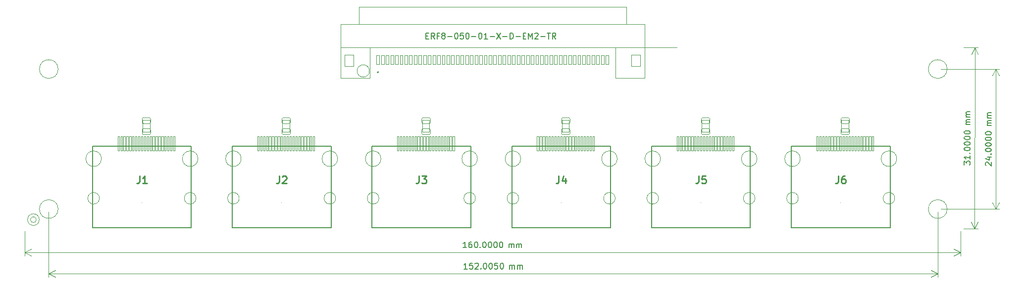
<source format=gbr>
%TF.GenerationSoftware,KiCad,Pcbnew,(7.0.0)*%
%TF.CreationDate,2023-07-13T12:07:19+02:00*%
%TF.ProjectId,RD53B_Quad_6DP_to_ERF8_Data_Adapter,52443533-425f-4517-9561-645f3644505f,V1*%
%TF.SameCoordinates,PX1767f18PY451e560*%
%TF.FileFunction,AssemblyDrawing,Top*%
%FSLAX46Y46*%
G04 Gerber Fmt 4.6, Leading zero omitted, Abs format (unit mm)*
G04 Created by KiCad (PCBNEW (7.0.0)) date 2023-07-13 12:07:19*
%MOMM*%
%LPD*%
G01*
G04 APERTURE LIST*
%ADD10C,0.150000*%
%ADD11C,0.100000*%
%ADD12C,0.254000*%
%ADD13C,0.200000*%
%ADD14C,0.100000*%
%TD*%
G04 APERTURE END LIST*
D10*
X160645943Y10918672D02*
X160646542Y11537719D01*
X160646542Y11537719D02*
X161027172Y11204017D01*
X161027172Y11204017D02*
X161027310Y11346875D01*
X161027310Y11346875D02*
X161075021Y11442067D01*
X161075021Y11442067D02*
X161122686Y11489639D01*
X161122686Y11489639D02*
X161217970Y11537166D01*
X161217970Y11537166D02*
X161456065Y11536936D01*
X161456065Y11536936D02*
X161551257Y11489225D01*
X161551257Y11489225D02*
X161598830Y11441560D01*
X161598830Y11441560D02*
X161646357Y11346275D01*
X161646357Y11346275D02*
X161646081Y11060561D01*
X161646081Y11060561D02*
X161598370Y10965369D01*
X161598370Y10965369D02*
X161550704Y10917796D01*
X161647463Y12489132D02*
X161646910Y11917704D01*
X161647187Y12203418D02*
X160647187Y12204386D01*
X160647187Y12204386D02*
X160789952Y12109009D01*
X160789952Y12109009D02*
X160885098Y12013679D01*
X160885098Y12013679D02*
X160932625Y11918395D01*
X161552640Y12917796D02*
X161600305Y12965369D01*
X161600305Y12965369D02*
X161647878Y12917703D01*
X161647878Y12917703D02*
X161600213Y12870130D01*
X161600213Y12870130D02*
X161552640Y12917796D01*
X161552640Y12917796D02*
X161647878Y12917703D01*
X160648524Y13585337D02*
X160648616Y13680575D01*
X160648616Y13680575D02*
X160696327Y13775767D01*
X160696327Y13775767D02*
X160743992Y13823340D01*
X160743992Y13823340D02*
X160839276Y13870867D01*
X160839276Y13870867D02*
X161029798Y13918302D01*
X161029798Y13918302D02*
X161267894Y13918071D01*
X161267894Y13918071D02*
X161458324Y13870268D01*
X161458324Y13870268D02*
X161553516Y13822557D01*
X161553516Y13822557D02*
X161601088Y13774891D01*
X161601088Y13774891D02*
X161648615Y13679607D01*
X161648615Y13679607D02*
X161648523Y13584369D01*
X161648523Y13584369D02*
X161600812Y13489177D01*
X161600812Y13489177D02*
X161553147Y13441604D01*
X161553147Y13441604D02*
X161457863Y13394078D01*
X161457863Y13394078D02*
X161267341Y13346643D01*
X161267341Y13346643D02*
X161029245Y13346873D01*
X161029245Y13346873D02*
X160838815Y13394677D01*
X160838815Y13394677D02*
X160743623Y13442388D01*
X160743623Y13442388D02*
X160696050Y13490053D01*
X160696050Y13490053D02*
X160648524Y13585337D01*
X160649445Y14537718D02*
X160649537Y14632956D01*
X160649537Y14632956D02*
X160697249Y14728148D01*
X160697249Y14728148D02*
X160744914Y14775721D01*
X160744914Y14775721D02*
X160840198Y14823247D01*
X160840198Y14823247D02*
X161030720Y14870682D01*
X161030720Y14870682D02*
X161268815Y14870452D01*
X161268815Y14870452D02*
X161459245Y14822648D01*
X161459245Y14822648D02*
X161554437Y14774937D01*
X161554437Y14774937D02*
X161602010Y14727272D01*
X161602010Y14727272D02*
X161649537Y14631988D01*
X161649537Y14631988D02*
X161649445Y14536750D01*
X161649445Y14536750D02*
X161601734Y14441558D01*
X161601734Y14441558D02*
X161554068Y14393985D01*
X161554068Y14393985D02*
X161458784Y14346458D01*
X161458784Y14346458D02*
X161268262Y14299023D01*
X161268262Y14299023D02*
X161030167Y14299254D01*
X161030167Y14299254D02*
X160839737Y14347057D01*
X160839737Y14347057D02*
X160744545Y14394768D01*
X160744545Y14394768D02*
X160696972Y14442433D01*
X160696972Y14442433D02*
X160649445Y14537718D01*
X160650367Y15490098D02*
X160650459Y15585336D01*
X160650459Y15585336D02*
X160698170Y15680528D01*
X160698170Y15680528D02*
X160745835Y15728101D01*
X160745835Y15728101D02*
X160841120Y15775628D01*
X160841120Y15775628D02*
X161031642Y15823063D01*
X161031642Y15823063D02*
X161269737Y15822832D01*
X161269737Y15822832D02*
X161460167Y15775029D01*
X161460167Y15775029D02*
X161555359Y15727318D01*
X161555359Y15727318D02*
X161602932Y15679653D01*
X161602932Y15679653D02*
X161650459Y15584368D01*
X161650459Y15584368D02*
X161650366Y15489130D01*
X161650366Y15489130D02*
X161602655Y15393938D01*
X161602655Y15393938D02*
X161554990Y15346365D01*
X161554990Y15346365D02*
X161459706Y15298839D01*
X161459706Y15298839D02*
X161269184Y15251404D01*
X161269184Y15251404D02*
X161031089Y15251634D01*
X161031089Y15251634D02*
X160840659Y15299438D01*
X160840659Y15299438D02*
X160745467Y15347149D01*
X160745467Y15347149D02*
X160697894Y15394814D01*
X160697894Y15394814D02*
X160650367Y15490098D01*
X160651289Y16442479D02*
X160651381Y16537717D01*
X160651381Y16537717D02*
X160699092Y16632909D01*
X160699092Y16632909D02*
X160746757Y16680482D01*
X160746757Y16680482D02*
X160842041Y16728009D01*
X160842041Y16728009D02*
X161032563Y16775443D01*
X161032563Y16775443D02*
X161270658Y16775213D01*
X161270658Y16775213D02*
X161461089Y16727409D01*
X161461089Y16727409D02*
X161556280Y16679698D01*
X161556280Y16679698D02*
X161603853Y16632033D01*
X161603853Y16632033D02*
X161651380Y16536749D01*
X161651380Y16536749D02*
X161651288Y16441511D01*
X161651288Y16441511D02*
X161603577Y16346319D01*
X161603577Y16346319D02*
X161555912Y16298746D01*
X161555912Y16298746D02*
X161460628Y16251219D01*
X161460628Y16251219D02*
X161270105Y16203784D01*
X161270105Y16203784D02*
X161032010Y16204015D01*
X161032010Y16204015D02*
X160841580Y16251818D01*
X160841580Y16251818D02*
X160746388Y16299529D01*
X160746388Y16299529D02*
X160698815Y16347195D01*
X160698815Y16347195D02*
X160651289Y16442479D01*
X161652606Y17803415D02*
X160985940Y17804060D01*
X161081178Y17803968D02*
X161033605Y17851633D01*
X161033605Y17851633D02*
X160986078Y17946917D01*
X160986078Y17946917D02*
X160986216Y18089774D01*
X160986216Y18089774D02*
X161033927Y18184966D01*
X161033927Y18184966D02*
X161129212Y18232493D01*
X161129212Y18232493D02*
X161653021Y18231986D01*
X161129212Y18232493D02*
X161034020Y18280204D01*
X161034020Y18280204D02*
X160986493Y18375489D01*
X160986493Y18375489D02*
X160986631Y18518346D01*
X160986631Y18518346D02*
X161034342Y18613538D01*
X161034342Y18613538D02*
X161129626Y18661064D01*
X161129626Y18661064D02*
X161653436Y18660558D01*
X161653896Y19136748D02*
X160987230Y19137393D01*
X161082468Y19137301D02*
X161034895Y19184966D01*
X161034895Y19184966D02*
X160987368Y19280250D01*
X160987368Y19280250D02*
X160987507Y19423107D01*
X160987507Y19423107D02*
X161035218Y19518299D01*
X161035218Y19518299D02*
X161130502Y19565826D01*
X161130502Y19565826D02*
X161654311Y19565319D01*
X161130502Y19565826D02*
X161035310Y19613537D01*
X161035310Y19613537D02*
X160987783Y19708821D01*
X160987783Y19708821D02*
X160987921Y19851678D01*
X160987921Y19851678D02*
X161035632Y19946870D01*
X161035632Y19946870D02*
X161130917Y19994397D01*
X161130917Y19994397D02*
X161654726Y19993890D01*
D11*
X160528000Y31004516D02*
X163034419Y31002090D01*
X160498000Y4516D02*
X163004419Y2090D01*
X162447999Y31002658D02*
X162417999Y2658D01*
X162447999Y31002658D02*
X162417999Y2658D01*
X162447999Y31002658D02*
X163033329Y29875587D01*
X162447999Y31002658D02*
X161860488Y29876722D01*
X162417999Y2658D02*
X161832669Y1129729D01*
X162417999Y2658D02*
X163005510Y1128594D01*
D10*
X164371382Y10796906D02*
X164323763Y10844525D01*
X164323763Y10844525D02*
X164276143Y10939763D01*
X164276143Y10939763D02*
X164276143Y11177858D01*
X164276143Y11177858D02*
X164323763Y11273096D01*
X164323763Y11273096D02*
X164371382Y11320715D01*
X164371382Y11320715D02*
X164466620Y11368334D01*
X164466620Y11368334D02*
X164561858Y11368334D01*
X164561858Y11368334D02*
X164704715Y11320715D01*
X164704715Y11320715D02*
X165276143Y10749287D01*
X165276143Y10749287D02*
X165276143Y11368334D01*
X164609477Y12225477D02*
X165276143Y12225477D01*
X164228524Y11987382D02*
X164942810Y11749287D01*
X164942810Y11749287D02*
X164942810Y12368334D01*
X165180905Y12749287D02*
X165228524Y12796906D01*
X165228524Y12796906D02*
X165276143Y12749287D01*
X165276143Y12749287D02*
X165228524Y12701668D01*
X165228524Y12701668D02*
X165180905Y12749287D01*
X165180905Y12749287D02*
X165276143Y12749287D01*
X164276143Y13415953D02*
X164276143Y13511191D01*
X164276143Y13511191D02*
X164323763Y13606429D01*
X164323763Y13606429D02*
X164371382Y13654048D01*
X164371382Y13654048D02*
X164466620Y13701667D01*
X164466620Y13701667D02*
X164657096Y13749286D01*
X164657096Y13749286D02*
X164895191Y13749286D01*
X164895191Y13749286D02*
X165085667Y13701667D01*
X165085667Y13701667D02*
X165180905Y13654048D01*
X165180905Y13654048D02*
X165228524Y13606429D01*
X165228524Y13606429D02*
X165276143Y13511191D01*
X165276143Y13511191D02*
X165276143Y13415953D01*
X165276143Y13415953D02*
X165228524Y13320715D01*
X165228524Y13320715D02*
X165180905Y13273096D01*
X165180905Y13273096D02*
X165085667Y13225477D01*
X165085667Y13225477D02*
X164895191Y13177858D01*
X164895191Y13177858D02*
X164657096Y13177858D01*
X164657096Y13177858D02*
X164466620Y13225477D01*
X164466620Y13225477D02*
X164371382Y13273096D01*
X164371382Y13273096D02*
X164323763Y13320715D01*
X164323763Y13320715D02*
X164276143Y13415953D01*
X164276143Y14368334D02*
X164276143Y14463572D01*
X164276143Y14463572D02*
X164323763Y14558810D01*
X164323763Y14558810D02*
X164371382Y14606429D01*
X164371382Y14606429D02*
X164466620Y14654048D01*
X164466620Y14654048D02*
X164657096Y14701667D01*
X164657096Y14701667D02*
X164895191Y14701667D01*
X164895191Y14701667D02*
X165085667Y14654048D01*
X165085667Y14654048D02*
X165180905Y14606429D01*
X165180905Y14606429D02*
X165228524Y14558810D01*
X165228524Y14558810D02*
X165276143Y14463572D01*
X165276143Y14463572D02*
X165276143Y14368334D01*
X165276143Y14368334D02*
X165228524Y14273096D01*
X165228524Y14273096D02*
X165180905Y14225477D01*
X165180905Y14225477D02*
X165085667Y14177858D01*
X165085667Y14177858D02*
X164895191Y14130239D01*
X164895191Y14130239D02*
X164657096Y14130239D01*
X164657096Y14130239D02*
X164466620Y14177858D01*
X164466620Y14177858D02*
X164371382Y14225477D01*
X164371382Y14225477D02*
X164323763Y14273096D01*
X164323763Y14273096D02*
X164276143Y14368334D01*
X164276143Y15320715D02*
X164276143Y15415953D01*
X164276143Y15415953D02*
X164323763Y15511191D01*
X164323763Y15511191D02*
X164371382Y15558810D01*
X164371382Y15558810D02*
X164466620Y15606429D01*
X164466620Y15606429D02*
X164657096Y15654048D01*
X164657096Y15654048D02*
X164895191Y15654048D01*
X164895191Y15654048D02*
X165085667Y15606429D01*
X165085667Y15606429D02*
X165180905Y15558810D01*
X165180905Y15558810D02*
X165228524Y15511191D01*
X165228524Y15511191D02*
X165276143Y15415953D01*
X165276143Y15415953D02*
X165276143Y15320715D01*
X165276143Y15320715D02*
X165228524Y15225477D01*
X165228524Y15225477D02*
X165180905Y15177858D01*
X165180905Y15177858D02*
X165085667Y15130239D01*
X165085667Y15130239D02*
X164895191Y15082620D01*
X164895191Y15082620D02*
X164657096Y15082620D01*
X164657096Y15082620D02*
X164466620Y15130239D01*
X164466620Y15130239D02*
X164371382Y15177858D01*
X164371382Y15177858D02*
X164323763Y15225477D01*
X164323763Y15225477D02*
X164276143Y15320715D01*
X164276143Y16273096D02*
X164276143Y16368334D01*
X164276143Y16368334D02*
X164323763Y16463572D01*
X164323763Y16463572D02*
X164371382Y16511191D01*
X164371382Y16511191D02*
X164466620Y16558810D01*
X164466620Y16558810D02*
X164657096Y16606429D01*
X164657096Y16606429D02*
X164895191Y16606429D01*
X164895191Y16606429D02*
X165085667Y16558810D01*
X165085667Y16558810D02*
X165180905Y16511191D01*
X165180905Y16511191D02*
X165228524Y16463572D01*
X165228524Y16463572D02*
X165276143Y16368334D01*
X165276143Y16368334D02*
X165276143Y16273096D01*
X165276143Y16273096D02*
X165228524Y16177858D01*
X165228524Y16177858D02*
X165180905Y16130239D01*
X165180905Y16130239D02*
X165085667Y16082620D01*
X165085667Y16082620D02*
X164895191Y16035001D01*
X164895191Y16035001D02*
X164657096Y16035001D01*
X164657096Y16035001D02*
X164466620Y16082620D01*
X164466620Y16082620D02*
X164371382Y16130239D01*
X164371382Y16130239D02*
X164323763Y16177858D01*
X164323763Y16177858D02*
X164276143Y16273096D01*
X165276143Y17635001D02*
X164609477Y17635001D01*
X164704715Y17635001D02*
X164657096Y17682620D01*
X164657096Y17682620D02*
X164609477Y17777858D01*
X164609477Y17777858D02*
X164609477Y17920715D01*
X164609477Y17920715D02*
X164657096Y18015953D01*
X164657096Y18015953D02*
X164752334Y18063572D01*
X164752334Y18063572D02*
X165276143Y18063572D01*
X164752334Y18063572D02*
X164657096Y18111191D01*
X164657096Y18111191D02*
X164609477Y18206429D01*
X164609477Y18206429D02*
X164609477Y18349286D01*
X164609477Y18349286D02*
X164657096Y18444525D01*
X164657096Y18444525D02*
X164752334Y18492144D01*
X164752334Y18492144D02*
X165276143Y18492144D01*
X165276143Y18968334D02*
X164609477Y18968334D01*
X164704715Y18968334D02*
X164657096Y19015953D01*
X164657096Y19015953D02*
X164609477Y19111191D01*
X164609477Y19111191D02*
X164609477Y19254048D01*
X164609477Y19254048D02*
X164657096Y19349286D01*
X164657096Y19349286D02*
X164752334Y19396905D01*
X164752334Y19396905D02*
X165276143Y19396905D01*
X164752334Y19396905D02*
X164657096Y19444524D01*
X164657096Y19444524D02*
X164609477Y19539762D01*
X164609477Y19539762D02*
X164609477Y19682619D01*
X164609477Y19682619D02*
X164657096Y19777858D01*
X164657096Y19777858D02*
X164752334Y19825477D01*
X164752334Y19825477D02*
X165276143Y19825477D01*
D11*
X156618000Y27335000D02*
X166645183Y27335000D01*
X156618000Y3335000D02*
X166645183Y3335000D01*
X166058763Y27335000D02*
X166058763Y3335000D01*
X166058763Y27335000D02*
X166058763Y3335000D01*
X166058763Y27335000D02*
X166645184Y26208496D01*
X166058763Y27335000D02*
X165472342Y26208496D01*
X166058763Y3335000D02*
X165472342Y4461504D01*
X166058763Y3335000D02*
X166645184Y4461504D01*
D10*
X75555143Y-3282380D02*
X74983715Y-3282380D01*
X75269429Y-3282380D02*
X75269429Y-2282380D01*
X75269429Y-2282380D02*
X75174191Y-2425238D01*
X75174191Y-2425238D02*
X75078953Y-2520476D01*
X75078953Y-2520476D02*
X74983715Y-2568095D01*
X76412286Y-2282380D02*
X76221810Y-2282380D01*
X76221810Y-2282380D02*
X76126572Y-2330000D01*
X76126572Y-2330000D02*
X76078953Y-2377619D01*
X76078953Y-2377619D02*
X75983715Y-2520476D01*
X75983715Y-2520476D02*
X75936096Y-2710952D01*
X75936096Y-2710952D02*
X75936096Y-3091904D01*
X75936096Y-3091904D02*
X75983715Y-3187142D01*
X75983715Y-3187142D02*
X76031334Y-3234761D01*
X76031334Y-3234761D02*
X76126572Y-3282380D01*
X76126572Y-3282380D02*
X76317048Y-3282380D01*
X76317048Y-3282380D02*
X76412286Y-3234761D01*
X76412286Y-3234761D02*
X76459905Y-3187142D01*
X76459905Y-3187142D02*
X76507524Y-3091904D01*
X76507524Y-3091904D02*
X76507524Y-2853809D01*
X76507524Y-2853809D02*
X76459905Y-2758571D01*
X76459905Y-2758571D02*
X76412286Y-2710952D01*
X76412286Y-2710952D02*
X76317048Y-2663333D01*
X76317048Y-2663333D02*
X76126572Y-2663333D01*
X76126572Y-2663333D02*
X76031334Y-2710952D01*
X76031334Y-2710952D02*
X75983715Y-2758571D01*
X75983715Y-2758571D02*
X75936096Y-2853809D01*
X77126572Y-2282380D02*
X77221810Y-2282380D01*
X77221810Y-2282380D02*
X77317048Y-2330000D01*
X77317048Y-2330000D02*
X77364667Y-2377619D01*
X77364667Y-2377619D02*
X77412286Y-2472857D01*
X77412286Y-2472857D02*
X77459905Y-2663333D01*
X77459905Y-2663333D02*
X77459905Y-2901428D01*
X77459905Y-2901428D02*
X77412286Y-3091904D01*
X77412286Y-3091904D02*
X77364667Y-3187142D01*
X77364667Y-3187142D02*
X77317048Y-3234761D01*
X77317048Y-3234761D02*
X77221810Y-3282380D01*
X77221810Y-3282380D02*
X77126572Y-3282380D01*
X77126572Y-3282380D02*
X77031334Y-3234761D01*
X77031334Y-3234761D02*
X76983715Y-3187142D01*
X76983715Y-3187142D02*
X76936096Y-3091904D01*
X76936096Y-3091904D02*
X76888477Y-2901428D01*
X76888477Y-2901428D02*
X76888477Y-2663333D01*
X76888477Y-2663333D02*
X76936096Y-2472857D01*
X76936096Y-2472857D02*
X76983715Y-2377619D01*
X76983715Y-2377619D02*
X77031334Y-2330000D01*
X77031334Y-2330000D02*
X77126572Y-2282380D01*
X77888477Y-3187142D02*
X77936096Y-3234761D01*
X77936096Y-3234761D02*
X77888477Y-3282380D01*
X77888477Y-3282380D02*
X77840858Y-3234761D01*
X77840858Y-3234761D02*
X77888477Y-3187142D01*
X77888477Y-3187142D02*
X77888477Y-3282380D01*
X78555143Y-2282380D02*
X78650381Y-2282380D01*
X78650381Y-2282380D02*
X78745619Y-2330000D01*
X78745619Y-2330000D02*
X78793238Y-2377619D01*
X78793238Y-2377619D02*
X78840857Y-2472857D01*
X78840857Y-2472857D02*
X78888476Y-2663333D01*
X78888476Y-2663333D02*
X78888476Y-2901428D01*
X78888476Y-2901428D02*
X78840857Y-3091904D01*
X78840857Y-3091904D02*
X78793238Y-3187142D01*
X78793238Y-3187142D02*
X78745619Y-3234761D01*
X78745619Y-3234761D02*
X78650381Y-3282380D01*
X78650381Y-3282380D02*
X78555143Y-3282380D01*
X78555143Y-3282380D02*
X78459905Y-3234761D01*
X78459905Y-3234761D02*
X78412286Y-3187142D01*
X78412286Y-3187142D02*
X78364667Y-3091904D01*
X78364667Y-3091904D02*
X78317048Y-2901428D01*
X78317048Y-2901428D02*
X78317048Y-2663333D01*
X78317048Y-2663333D02*
X78364667Y-2472857D01*
X78364667Y-2472857D02*
X78412286Y-2377619D01*
X78412286Y-2377619D02*
X78459905Y-2330000D01*
X78459905Y-2330000D02*
X78555143Y-2282380D01*
X79507524Y-2282380D02*
X79602762Y-2282380D01*
X79602762Y-2282380D02*
X79698000Y-2330000D01*
X79698000Y-2330000D02*
X79745619Y-2377619D01*
X79745619Y-2377619D02*
X79793238Y-2472857D01*
X79793238Y-2472857D02*
X79840857Y-2663333D01*
X79840857Y-2663333D02*
X79840857Y-2901428D01*
X79840857Y-2901428D02*
X79793238Y-3091904D01*
X79793238Y-3091904D02*
X79745619Y-3187142D01*
X79745619Y-3187142D02*
X79698000Y-3234761D01*
X79698000Y-3234761D02*
X79602762Y-3282380D01*
X79602762Y-3282380D02*
X79507524Y-3282380D01*
X79507524Y-3282380D02*
X79412286Y-3234761D01*
X79412286Y-3234761D02*
X79364667Y-3187142D01*
X79364667Y-3187142D02*
X79317048Y-3091904D01*
X79317048Y-3091904D02*
X79269429Y-2901428D01*
X79269429Y-2901428D02*
X79269429Y-2663333D01*
X79269429Y-2663333D02*
X79317048Y-2472857D01*
X79317048Y-2472857D02*
X79364667Y-2377619D01*
X79364667Y-2377619D02*
X79412286Y-2330000D01*
X79412286Y-2330000D02*
X79507524Y-2282380D01*
X80459905Y-2282380D02*
X80555143Y-2282380D01*
X80555143Y-2282380D02*
X80650381Y-2330000D01*
X80650381Y-2330000D02*
X80698000Y-2377619D01*
X80698000Y-2377619D02*
X80745619Y-2472857D01*
X80745619Y-2472857D02*
X80793238Y-2663333D01*
X80793238Y-2663333D02*
X80793238Y-2901428D01*
X80793238Y-2901428D02*
X80745619Y-3091904D01*
X80745619Y-3091904D02*
X80698000Y-3187142D01*
X80698000Y-3187142D02*
X80650381Y-3234761D01*
X80650381Y-3234761D02*
X80555143Y-3282380D01*
X80555143Y-3282380D02*
X80459905Y-3282380D01*
X80459905Y-3282380D02*
X80364667Y-3234761D01*
X80364667Y-3234761D02*
X80317048Y-3187142D01*
X80317048Y-3187142D02*
X80269429Y-3091904D01*
X80269429Y-3091904D02*
X80221810Y-2901428D01*
X80221810Y-2901428D02*
X80221810Y-2663333D01*
X80221810Y-2663333D02*
X80269429Y-2472857D01*
X80269429Y-2472857D02*
X80317048Y-2377619D01*
X80317048Y-2377619D02*
X80364667Y-2330000D01*
X80364667Y-2330000D02*
X80459905Y-2282380D01*
X81412286Y-2282380D02*
X81507524Y-2282380D01*
X81507524Y-2282380D02*
X81602762Y-2330000D01*
X81602762Y-2330000D02*
X81650381Y-2377619D01*
X81650381Y-2377619D02*
X81698000Y-2472857D01*
X81698000Y-2472857D02*
X81745619Y-2663333D01*
X81745619Y-2663333D02*
X81745619Y-2901428D01*
X81745619Y-2901428D02*
X81698000Y-3091904D01*
X81698000Y-3091904D02*
X81650381Y-3187142D01*
X81650381Y-3187142D02*
X81602762Y-3234761D01*
X81602762Y-3234761D02*
X81507524Y-3282380D01*
X81507524Y-3282380D02*
X81412286Y-3282380D01*
X81412286Y-3282380D02*
X81317048Y-3234761D01*
X81317048Y-3234761D02*
X81269429Y-3187142D01*
X81269429Y-3187142D02*
X81221810Y-3091904D01*
X81221810Y-3091904D02*
X81174191Y-2901428D01*
X81174191Y-2901428D02*
X81174191Y-2663333D01*
X81174191Y-2663333D02*
X81221810Y-2472857D01*
X81221810Y-2472857D02*
X81269429Y-2377619D01*
X81269429Y-2377619D02*
X81317048Y-2330000D01*
X81317048Y-2330000D02*
X81412286Y-2282380D01*
X82774191Y-3282380D02*
X82774191Y-2615714D01*
X82774191Y-2710952D02*
X82821810Y-2663333D01*
X82821810Y-2663333D02*
X82917048Y-2615714D01*
X82917048Y-2615714D02*
X83059905Y-2615714D01*
X83059905Y-2615714D02*
X83155143Y-2663333D01*
X83155143Y-2663333D02*
X83202762Y-2758571D01*
X83202762Y-2758571D02*
X83202762Y-3282380D01*
X83202762Y-2758571D02*
X83250381Y-2663333D01*
X83250381Y-2663333D02*
X83345619Y-2615714D01*
X83345619Y-2615714D02*
X83488476Y-2615714D01*
X83488476Y-2615714D02*
X83583715Y-2663333D01*
X83583715Y-2663333D02*
X83631334Y-2758571D01*
X83631334Y-2758571D02*
X83631334Y-3282380D01*
X84107524Y-3282380D02*
X84107524Y-2615714D01*
X84107524Y-2710952D02*
X84155143Y-2663333D01*
X84155143Y-2663333D02*
X84250381Y-2615714D01*
X84250381Y-2615714D02*
X84393238Y-2615714D01*
X84393238Y-2615714D02*
X84488476Y-2663333D01*
X84488476Y-2663333D02*
X84536095Y-2758571D01*
X84536095Y-2758571D02*
X84536095Y-3282380D01*
X84536095Y-2758571D02*
X84583714Y-2663333D01*
X84583714Y-2663333D02*
X84678952Y-2615714D01*
X84678952Y-2615714D02*
X84821809Y-2615714D01*
X84821809Y-2615714D02*
X84917048Y-2663333D01*
X84917048Y-2663333D02*
X84964667Y-2758571D01*
X84964667Y-2758571D02*
X84964667Y-3282380D01*
D11*
X-2000Y-495000D02*
X-2000Y-4651420D01*
X159998000Y-495000D02*
X159998000Y-4651420D01*
X-2000Y-4065000D02*
X159998000Y-4065000D01*
X-2000Y-4065000D02*
X159998000Y-4065000D01*
X-2000Y-4065000D02*
X1124504Y-3478579D01*
X-2000Y-4065000D02*
X1124504Y-4651421D01*
X159998000Y-4065000D02*
X158871496Y-4651421D01*
X159998000Y-4065000D02*
X158871496Y-3478579D01*
D10*
X75672643Y-6933380D02*
X75101215Y-6933380D01*
X75386929Y-6933380D02*
X75386929Y-5933380D01*
X75386929Y-5933380D02*
X75291691Y-6076238D01*
X75291691Y-6076238D02*
X75196453Y-6171476D01*
X75196453Y-6171476D02*
X75101215Y-6219095D01*
X76577405Y-5933380D02*
X76101215Y-5933380D01*
X76101215Y-5933380D02*
X76053596Y-6409571D01*
X76053596Y-6409571D02*
X76101215Y-6361952D01*
X76101215Y-6361952D02*
X76196453Y-6314333D01*
X76196453Y-6314333D02*
X76434548Y-6314333D01*
X76434548Y-6314333D02*
X76529786Y-6361952D01*
X76529786Y-6361952D02*
X76577405Y-6409571D01*
X76577405Y-6409571D02*
X76625024Y-6504809D01*
X76625024Y-6504809D02*
X76625024Y-6742904D01*
X76625024Y-6742904D02*
X76577405Y-6838142D01*
X76577405Y-6838142D02*
X76529786Y-6885761D01*
X76529786Y-6885761D02*
X76434548Y-6933380D01*
X76434548Y-6933380D02*
X76196453Y-6933380D01*
X76196453Y-6933380D02*
X76101215Y-6885761D01*
X76101215Y-6885761D02*
X76053596Y-6838142D01*
X77005977Y-6028619D02*
X77053596Y-5981000D01*
X77053596Y-5981000D02*
X77148834Y-5933380D01*
X77148834Y-5933380D02*
X77386929Y-5933380D01*
X77386929Y-5933380D02*
X77482167Y-5981000D01*
X77482167Y-5981000D02*
X77529786Y-6028619D01*
X77529786Y-6028619D02*
X77577405Y-6123857D01*
X77577405Y-6123857D02*
X77577405Y-6219095D01*
X77577405Y-6219095D02*
X77529786Y-6361952D01*
X77529786Y-6361952D02*
X76958358Y-6933380D01*
X76958358Y-6933380D02*
X77577405Y-6933380D01*
X78005977Y-6838142D02*
X78053596Y-6885761D01*
X78053596Y-6885761D02*
X78005977Y-6933380D01*
X78005977Y-6933380D02*
X77958358Y-6885761D01*
X77958358Y-6885761D02*
X78005977Y-6838142D01*
X78005977Y-6838142D02*
X78005977Y-6933380D01*
X78672643Y-5933380D02*
X78767881Y-5933380D01*
X78767881Y-5933380D02*
X78863119Y-5981000D01*
X78863119Y-5981000D02*
X78910738Y-6028619D01*
X78910738Y-6028619D02*
X78958357Y-6123857D01*
X78958357Y-6123857D02*
X79005976Y-6314333D01*
X79005976Y-6314333D02*
X79005976Y-6552428D01*
X79005976Y-6552428D02*
X78958357Y-6742904D01*
X78958357Y-6742904D02*
X78910738Y-6838142D01*
X78910738Y-6838142D02*
X78863119Y-6885761D01*
X78863119Y-6885761D02*
X78767881Y-6933380D01*
X78767881Y-6933380D02*
X78672643Y-6933380D01*
X78672643Y-6933380D02*
X78577405Y-6885761D01*
X78577405Y-6885761D02*
X78529786Y-6838142D01*
X78529786Y-6838142D02*
X78482167Y-6742904D01*
X78482167Y-6742904D02*
X78434548Y-6552428D01*
X78434548Y-6552428D02*
X78434548Y-6314333D01*
X78434548Y-6314333D02*
X78482167Y-6123857D01*
X78482167Y-6123857D02*
X78529786Y-6028619D01*
X78529786Y-6028619D02*
X78577405Y-5981000D01*
X78577405Y-5981000D02*
X78672643Y-5933380D01*
X79625024Y-5933380D02*
X79720262Y-5933380D01*
X79720262Y-5933380D02*
X79815500Y-5981000D01*
X79815500Y-5981000D02*
X79863119Y-6028619D01*
X79863119Y-6028619D02*
X79910738Y-6123857D01*
X79910738Y-6123857D02*
X79958357Y-6314333D01*
X79958357Y-6314333D02*
X79958357Y-6552428D01*
X79958357Y-6552428D02*
X79910738Y-6742904D01*
X79910738Y-6742904D02*
X79863119Y-6838142D01*
X79863119Y-6838142D02*
X79815500Y-6885761D01*
X79815500Y-6885761D02*
X79720262Y-6933380D01*
X79720262Y-6933380D02*
X79625024Y-6933380D01*
X79625024Y-6933380D02*
X79529786Y-6885761D01*
X79529786Y-6885761D02*
X79482167Y-6838142D01*
X79482167Y-6838142D02*
X79434548Y-6742904D01*
X79434548Y-6742904D02*
X79386929Y-6552428D01*
X79386929Y-6552428D02*
X79386929Y-6314333D01*
X79386929Y-6314333D02*
X79434548Y-6123857D01*
X79434548Y-6123857D02*
X79482167Y-6028619D01*
X79482167Y-6028619D02*
X79529786Y-5981000D01*
X79529786Y-5981000D02*
X79625024Y-5933380D01*
X80863119Y-5933380D02*
X80386929Y-5933380D01*
X80386929Y-5933380D02*
X80339310Y-6409571D01*
X80339310Y-6409571D02*
X80386929Y-6361952D01*
X80386929Y-6361952D02*
X80482167Y-6314333D01*
X80482167Y-6314333D02*
X80720262Y-6314333D01*
X80720262Y-6314333D02*
X80815500Y-6361952D01*
X80815500Y-6361952D02*
X80863119Y-6409571D01*
X80863119Y-6409571D02*
X80910738Y-6504809D01*
X80910738Y-6504809D02*
X80910738Y-6742904D01*
X80910738Y-6742904D02*
X80863119Y-6838142D01*
X80863119Y-6838142D02*
X80815500Y-6885761D01*
X80815500Y-6885761D02*
X80720262Y-6933380D01*
X80720262Y-6933380D02*
X80482167Y-6933380D01*
X80482167Y-6933380D02*
X80386929Y-6885761D01*
X80386929Y-6885761D02*
X80339310Y-6838142D01*
X81529786Y-5933380D02*
X81625024Y-5933380D01*
X81625024Y-5933380D02*
X81720262Y-5981000D01*
X81720262Y-5981000D02*
X81767881Y-6028619D01*
X81767881Y-6028619D02*
X81815500Y-6123857D01*
X81815500Y-6123857D02*
X81863119Y-6314333D01*
X81863119Y-6314333D02*
X81863119Y-6552428D01*
X81863119Y-6552428D02*
X81815500Y-6742904D01*
X81815500Y-6742904D02*
X81767881Y-6838142D01*
X81767881Y-6838142D02*
X81720262Y-6885761D01*
X81720262Y-6885761D02*
X81625024Y-6933380D01*
X81625024Y-6933380D02*
X81529786Y-6933380D01*
X81529786Y-6933380D02*
X81434548Y-6885761D01*
X81434548Y-6885761D02*
X81386929Y-6838142D01*
X81386929Y-6838142D02*
X81339310Y-6742904D01*
X81339310Y-6742904D02*
X81291691Y-6552428D01*
X81291691Y-6552428D02*
X81291691Y-6314333D01*
X81291691Y-6314333D02*
X81339310Y-6123857D01*
X81339310Y-6123857D02*
X81386929Y-6028619D01*
X81386929Y-6028619D02*
X81434548Y-5981000D01*
X81434548Y-5981000D02*
X81529786Y-5933380D01*
X82891691Y-6933380D02*
X82891691Y-6266714D01*
X82891691Y-6361952D02*
X82939310Y-6314333D01*
X82939310Y-6314333D02*
X83034548Y-6266714D01*
X83034548Y-6266714D02*
X83177405Y-6266714D01*
X83177405Y-6266714D02*
X83272643Y-6314333D01*
X83272643Y-6314333D02*
X83320262Y-6409571D01*
X83320262Y-6409571D02*
X83320262Y-6933380D01*
X83320262Y-6409571D02*
X83367881Y-6314333D01*
X83367881Y-6314333D02*
X83463119Y-6266714D01*
X83463119Y-6266714D02*
X83605976Y-6266714D01*
X83605976Y-6266714D02*
X83701215Y-6314333D01*
X83701215Y-6314333D02*
X83748834Y-6409571D01*
X83748834Y-6409571D02*
X83748834Y-6933380D01*
X84225024Y-6933380D02*
X84225024Y-6266714D01*
X84225024Y-6361952D02*
X84272643Y-6314333D01*
X84272643Y-6314333D02*
X84367881Y-6266714D01*
X84367881Y-6266714D02*
X84510738Y-6266714D01*
X84510738Y-6266714D02*
X84605976Y-6314333D01*
X84605976Y-6314333D02*
X84653595Y-6409571D01*
X84653595Y-6409571D02*
X84653595Y-6933380D01*
X84653595Y-6409571D02*
X84701214Y-6314333D01*
X84701214Y-6314333D02*
X84796452Y-6266714D01*
X84796452Y-6266714D02*
X84939309Y-6266714D01*
X84939309Y-6266714D02*
X85034548Y-6314333D01*
X85034548Y-6314333D02*
X85082167Y-6409571D01*
X85082167Y-6409571D02*
X85082167Y-6933380D01*
D11*
X4113000Y2835000D02*
X4113000Y-8302420D01*
X156118000Y2835000D02*
X156118000Y-8302420D01*
X4113000Y-7716000D02*
X156118000Y-7716000D01*
X4113000Y-7716000D02*
X156118000Y-7716000D01*
X4113000Y-7716000D02*
X5239504Y-7129579D01*
X4113000Y-7716000D02*
X5239504Y-8302421D01*
X156118000Y-7716000D02*
X154991496Y-8302421D01*
X156118000Y-7716000D02*
X154991496Y-7129579D01*
D12*
%TO.C,J4*%
X91308667Y9008427D02*
X91308667Y8101284D01*
X91308667Y8101284D02*
X91248190Y7919855D01*
X91248190Y7919855D02*
X91127238Y7798903D01*
X91127238Y7798903D02*
X90945809Y7738427D01*
X90945809Y7738427D02*
X90824857Y7738427D01*
X92457714Y8585093D02*
X92457714Y7738427D01*
X92155333Y9068903D02*
X91852952Y8161760D01*
X91852952Y8161760D02*
X92639143Y8161760D01*
%TO.C,J2*%
X43510667Y9009427D02*
X43510667Y8102284D01*
X43510667Y8102284D02*
X43450190Y7920855D01*
X43450190Y7920855D02*
X43329238Y7799903D01*
X43329238Y7799903D02*
X43147809Y7739427D01*
X43147809Y7739427D02*
X43026857Y7739427D01*
X44054952Y8888474D02*
X44115428Y8948950D01*
X44115428Y8948950D02*
X44236381Y9009427D01*
X44236381Y9009427D02*
X44538762Y9009427D01*
X44538762Y9009427D02*
X44659714Y8948950D01*
X44659714Y8948950D02*
X44720190Y8888474D01*
X44720190Y8888474D02*
X44780667Y8767522D01*
X44780667Y8767522D02*
X44780667Y8646570D01*
X44780667Y8646570D02*
X44720190Y8465141D01*
X44720190Y8465141D02*
X43994476Y7739427D01*
X43994476Y7739427D02*
X44780667Y7739427D01*
D10*
%TO.C,J7*%
X68611572Y33031429D02*
X68944905Y33031429D01*
X69087762Y32507620D02*
X68611572Y32507620D01*
X68611572Y32507620D02*
X68611572Y33507620D01*
X68611572Y33507620D02*
X69087762Y33507620D01*
X70087762Y32507620D02*
X69754429Y32983810D01*
X69516334Y32507620D02*
X69516334Y33507620D01*
X69516334Y33507620D02*
X69897286Y33507620D01*
X69897286Y33507620D02*
X69992524Y33460000D01*
X69992524Y33460000D02*
X70040143Y33412381D01*
X70040143Y33412381D02*
X70087762Y33317143D01*
X70087762Y33317143D02*
X70087762Y33174286D01*
X70087762Y33174286D02*
X70040143Y33079048D01*
X70040143Y33079048D02*
X69992524Y33031429D01*
X69992524Y33031429D02*
X69897286Y32983810D01*
X69897286Y32983810D02*
X69516334Y32983810D01*
X70849667Y33031429D02*
X70516334Y33031429D01*
X70516334Y32507620D02*
X70516334Y33507620D01*
X70516334Y33507620D02*
X70992524Y33507620D01*
X71516334Y33079048D02*
X71421096Y33126667D01*
X71421096Y33126667D02*
X71373477Y33174286D01*
X71373477Y33174286D02*
X71325858Y33269524D01*
X71325858Y33269524D02*
X71325858Y33317143D01*
X71325858Y33317143D02*
X71373477Y33412381D01*
X71373477Y33412381D02*
X71421096Y33460000D01*
X71421096Y33460000D02*
X71516334Y33507620D01*
X71516334Y33507620D02*
X71706810Y33507620D01*
X71706810Y33507620D02*
X71802048Y33460000D01*
X71802048Y33460000D02*
X71849667Y33412381D01*
X71849667Y33412381D02*
X71897286Y33317143D01*
X71897286Y33317143D02*
X71897286Y33269524D01*
X71897286Y33269524D02*
X71849667Y33174286D01*
X71849667Y33174286D02*
X71802048Y33126667D01*
X71802048Y33126667D02*
X71706810Y33079048D01*
X71706810Y33079048D02*
X71516334Y33079048D01*
X71516334Y33079048D02*
X71421096Y33031429D01*
X71421096Y33031429D02*
X71373477Y32983810D01*
X71373477Y32983810D02*
X71325858Y32888572D01*
X71325858Y32888572D02*
X71325858Y32698096D01*
X71325858Y32698096D02*
X71373477Y32602858D01*
X71373477Y32602858D02*
X71421096Y32555239D01*
X71421096Y32555239D02*
X71516334Y32507620D01*
X71516334Y32507620D02*
X71706810Y32507620D01*
X71706810Y32507620D02*
X71802048Y32555239D01*
X71802048Y32555239D02*
X71849667Y32602858D01*
X71849667Y32602858D02*
X71897286Y32698096D01*
X71897286Y32698096D02*
X71897286Y32888572D01*
X71897286Y32888572D02*
X71849667Y32983810D01*
X71849667Y32983810D02*
X71802048Y33031429D01*
X71802048Y33031429D02*
X71706810Y33079048D01*
X72325858Y32888572D02*
X73087763Y32888572D01*
X73754429Y33507620D02*
X73849667Y33507620D01*
X73849667Y33507620D02*
X73944905Y33460000D01*
X73944905Y33460000D02*
X73992524Y33412381D01*
X73992524Y33412381D02*
X74040143Y33317143D01*
X74040143Y33317143D02*
X74087762Y33126667D01*
X74087762Y33126667D02*
X74087762Y32888572D01*
X74087762Y32888572D02*
X74040143Y32698096D01*
X74040143Y32698096D02*
X73992524Y32602858D01*
X73992524Y32602858D02*
X73944905Y32555239D01*
X73944905Y32555239D02*
X73849667Y32507620D01*
X73849667Y32507620D02*
X73754429Y32507620D01*
X73754429Y32507620D02*
X73659191Y32555239D01*
X73659191Y32555239D02*
X73611572Y32602858D01*
X73611572Y32602858D02*
X73563953Y32698096D01*
X73563953Y32698096D02*
X73516334Y32888572D01*
X73516334Y32888572D02*
X73516334Y33126667D01*
X73516334Y33126667D02*
X73563953Y33317143D01*
X73563953Y33317143D02*
X73611572Y33412381D01*
X73611572Y33412381D02*
X73659191Y33460000D01*
X73659191Y33460000D02*
X73754429Y33507620D01*
X74992524Y33507620D02*
X74516334Y33507620D01*
X74516334Y33507620D02*
X74468715Y33031429D01*
X74468715Y33031429D02*
X74516334Y33079048D01*
X74516334Y33079048D02*
X74611572Y33126667D01*
X74611572Y33126667D02*
X74849667Y33126667D01*
X74849667Y33126667D02*
X74944905Y33079048D01*
X74944905Y33079048D02*
X74992524Y33031429D01*
X74992524Y33031429D02*
X75040143Y32936191D01*
X75040143Y32936191D02*
X75040143Y32698096D01*
X75040143Y32698096D02*
X74992524Y32602858D01*
X74992524Y32602858D02*
X74944905Y32555239D01*
X74944905Y32555239D02*
X74849667Y32507620D01*
X74849667Y32507620D02*
X74611572Y32507620D01*
X74611572Y32507620D02*
X74516334Y32555239D01*
X74516334Y32555239D02*
X74468715Y32602858D01*
X75659191Y33507620D02*
X75754429Y33507620D01*
X75754429Y33507620D02*
X75849667Y33460000D01*
X75849667Y33460000D02*
X75897286Y33412381D01*
X75897286Y33412381D02*
X75944905Y33317143D01*
X75944905Y33317143D02*
X75992524Y33126667D01*
X75992524Y33126667D02*
X75992524Y32888572D01*
X75992524Y32888572D02*
X75944905Y32698096D01*
X75944905Y32698096D02*
X75897286Y32602858D01*
X75897286Y32602858D02*
X75849667Y32555239D01*
X75849667Y32555239D02*
X75754429Y32507620D01*
X75754429Y32507620D02*
X75659191Y32507620D01*
X75659191Y32507620D02*
X75563953Y32555239D01*
X75563953Y32555239D02*
X75516334Y32602858D01*
X75516334Y32602858D02*
X75468715Y32698096D01*
X75468715Y32698096D02*
X75421096Y32888572D01*
X75421096Y32888572D02*
X75421096Y33126667D01*
X75421096Y33126667D02*
X75468715Y33317143D01*
X75468715Y33317143D02*
X75516334Y33412381D01*
X75516334Y33412381D02*
X75563953Y33460000D01*
X75563953Y33460000D02*
X75659191Y33507620D01*
X76421096Y32888572D02*
X77183001Y32888572D01*
X77849667Y33507620D02*
X77944905Y33507620D01*
X77944905Y33507620D02*
X78040143Y33460000D01*
X78040143Y33460000D02*
X78087762Y33412381D01*
X78087762Y33412381D02*
X78135381Y33317143D01*
X78135381Y33317143D02*
X78183000Y33126667D01*
X78183000Y33126667D02*
X78183000Y32888572D01*
X78183000Y32888572D02*
X78135381Y32698096D01*
X78135381Y32698096D02*
X78087762Y32602858D01*
X78087762Y32602858D02*
X78040143Y32555239D01*
X78040143Y32555239D02*
X77944905Y32507620D01*
X77944905Y32507620D02*
X77849667Y32507620D01*
X77849667Y32507620D02*
X77754429Y32555239D01*
X77754429Y32555239D02*
X77706810Y32602858D01*
X77706810Y32602858D02*
X77659191Y32698096D01*
X77659191Y32698096D02*
X77611572Y32888572D01*
X77611572Y32888572D02*
X77611572Y33126667D01*
X77611572Y33126667D02*
X77659191Y33317143D01*
X77659191Y33317143D02*
X77706810Y33412381D01*
X77706810Y33412381D02*
X77754429Y33460000D01*
X77754429Y33460000D02*
X77849667Y33507620D01*
X79135381Y32507620D02*
X78563953Y32507620D01*
X78849667Y32507620D02*
X78849667Y33507620D01*
X78849667Y33507620D02*
X78754429Y33364762D01*
X78754429Y33364762D02*
X78659191Y33269524D01*
X78659191Y33269524D02*
X78563953Y33221905D01*
X79563953Y32888572D02*
X80325858Y32888572D01*
X80706810Y33507620D02*
X81373476Y32507620D01*
X81373476Y33507620D02*
X80706810Y32507620D01*
X81754429Y32888572D02*
X82516334Y32888572D01*
X82992524Y32507620D02*
X82992524Y33507620D01*
X82992524Y33507620D02*
X83230619Y33507620D01*
X83230619Y33507620D02*
X83373476Y33460000D01*
X83373476Y33460000D02*
X83468714Y33364762D01*
X83468714Y33364762D02*
X83516333Y33269524D01*
X83516333Y33269524D02*
X83563952Y33079048D01*
X83563952Y33079048D02*
X83563952Y32936191D01*
X83563952Y32936191D02*
X83516333Y32745715D01*
X83516333Y32745715D02*
X83468714Y32650477D01*
X83468714Y32650477D02*
X83373476Y32555239D01*
X83373476Y32555239D02*
X83230619Y32507620D01*
X83230619Y32507620D02*
X82992524Y32507620D01*
X83992524Y32888572D02*
X84754429Y32888572D01*
X85230619Y33031429D02*
X85563952Y33031429D01*
X85706809Y32507620D02*
X85230619Y32507620D01*
X85230619Y32507620D02*
X85230619Y33507620D01*
X85230619Y33507620D02*
X85706809Y33507620D01*
X86135381Y32507620D02*
X86135381Y33507620D01*
X86135381Y33507620D02*
X86468714Y32793334D01*
X86468714Y32793334D02*
X86802047Y33507620D01*
X86802047Y33507620D02*
X86802047Y32507620D01*
X87230619Y33412381D02*
X87278238Y33460000D01*
X87278238Y33460000D02*
X87373476Y33507620D01*
X87373476Y33507620D02*
X87611571Y33507620D01*
X87611571Y33507620D02*
X87706809Y33460000D01*
X87706809Y33460000D02*
X87754428Y33412381D01*
X87754428Y33412381D02*
X87802047Y33317143D01*
X87802047Y33317143D02*
X87802047Y33221905D01*
X87802047Y33221905D02*
X87754428Y33079048D01*
X87754428Y33079048D02*
X87183000Y32507620D01*
X87183000Y32507620D02*
X87802047Y32507620D01*
X88230619Y32888572D02*
X88992524Y32888572D01*
X89325857Y33507620D02*
X89897285Y33507620D01*
X89611571Y32507620D02*
X89611571Y33507620D01*
X90802047Y32507620D02*
X90468714Y32983810D01*
X90230619Y32507620D02*
X90230619Y33507620D01*
X90230619Y33507620D02*
X90611571Y33507620D01*
X90611571Y33507620D02*
X90706809Y33460000D01*
X90706809Y33460000D02*
X90754428Y33412381D01*
X90754428Y33412381D02*
X90802047Y33317143D01*
X90802047Y33317143D02*
X90802047Y33174286D01*
X90802047Y33174286D02*
X90754428Y33079048D01*
X90754428Y33079048D02*
X90706809Y33031429D01*
X90706809Y33031429D02*
X90611571Y32983810D01*
X90611571Y32983810D02*
X90230619Y32983810D01*
D12*
%TO.C,J6*%
X139104667Y9008427D02*
X139104667Y8101284D01*
X139104667Y8101284D02*
X139044190Y7919855D01*
X139044190Y7919855D02*
X138923238Y7798903D01*
X138923238Y7798903D02*
X138741809Y7738427D01*
X138741809Y7738427D02*
X138620857Y7738427D01*
X140253714Y9008427D02*
X140011809Y9008427D01*
X140011809Y9008427D02*
X139890857Y8947950D01*
X139890857Y8947950D02*
X139830381Y8887474D01*
X139830381Y8887474D02*
X139709428Y8706046D01*
X139709428Y8706046D02*
X139648952Y8464141D01*
X139648952Y8464141D02*
X139648952Y7980331D01*
X139648952Y7980331D02*
X139709428Y7859379D01*
X139709428Y7859379D02*
X139769905Y7798903D01*
X139769905Y7798903D02*
X139890857Y7738427D01*
X139890857Y7738427D02*
X140132762Y7738427D01*
X140132762Y7738427D02*
X140253714Y7798903D01*
X140253714Y7798903D02*
X140314190Y7859379D01*
X140314190Y7859379D02*
X140374667Y7980331D01*
X140374667Y7980331D02*
X140374667Y8282712D01*
X140374667Y8282712D02*
X140314190Y8403665D01*
X140314190Y8403665D02*
X140253714Y8464141D01*
X140253714Y8464141D02*
X140132762Y8524617D01*
X140132762Y8524617D02*
X139890857Y8524617D01*
X139890857Y8524617D02*
X139769905Y8464141D01*
X139769905Y8464141D02*
X139709428Y8403665D01*
X139709428Y8403665D02*
X139648952Y8282712D01*
%TO.C,J5*%
X115206667Y9008427D02*
X115206667Y8101284D01*
X115206667Y8101284D02*
X115146190Y7919855D01*
X115146190Y7919855D02*
X115025238Y7798903D01*
X115025238Y7798903D02*
X114843809Y7738427D01*
X114843809Y7738427D02*
X114722857Y7738427D01*
X116416190Y9008427D02*
X115811428Y9008427D01*
X115811428Y9008427D02*
X115750952Y8403665D01*
X115750952Y8403665D02*
X115811428Y8464141D01*
X115811428Y8464141D02*
X115932381Y8524617D01*
X115932381Y8524617D02*
X116234762Y8524617D01*
X116234762Y8524617D02*
X116355714Y8464141D01*
X116355714Y8464141D02*
X116416190Y8403665D01*
X116416190Y8403665D02*
X116476667Y8282712D01*
X116476667Y8282712D02*
X116476667Y7980331D01*
X116476667Y7980331D02*
X116416190Y7859379D01*
X116416190Y7859379D02*
X116355714Y7798903D01*
X116355714Y7798903D02*
X116234762Y7738427D01*
X116234762Y7738427D02*
X115932381Y7738427D01*
X115932381Y7738427D02*
X115811428Y7798903D01*
X115811428Y7798903D02*
X115750952Y7859379D01*
%TO.C,J3*%
X67410667Y9008427D02*
X67410667Y8101284D01*
X67410667Y8101284D02*
X67350190Y7919855D01*
X67350190Y7919855D02*
X67229238Y7798903D01*
X67229238Y7798903D02*
X67047809Y7738427D01*
X67047809Y7738427D02*
X66926857Y7738427D01*
X67894476Y9008427D02*
X68680667Y9008427D01*
X68680667Y9008427D02*
X68257333Y8524617D01*
X68257333Y8524617D02*
X68438762Y8524617D01*
X68438762Y8524617D02*
X68559714Y8464141D01*
X68559714Y8464141D02*
X68620190Y8403665D01*
X68620190Y8403665D02*
X68680667Y8282712D01*
X68680667Y8282712D02*
X68680667Y7980331D01*
X68680667Y7980331D02*
X68620190Y7859379D01*
X68620190Y7859379D02*
X68559714Y7798903D01*
X68559714Y7798903D02*
X68438762Y7738427D01*
X68438762Y7738427D02*
X68075905Y7738427D01*
X68075905Y7738427D02*
X67954952Y7798903D01*
X67954952Y7798903D02*
X67894476Y7859379D01*
%TO.C,J1*%
X19614667Y9008427D02*
X19614667Y8101284D01*
X19614667Y8101284D02*
X19554190Y7919855D01*
X19554190Y7919855D02*
X19433238Y7798903D01*
X19433238Y7798903D02*
X19251809Y7738427D01*
X19251809Y7738427D02*
X19130857Y7738427D01*
X20884667Y7738427D02*
X20158952Y7738427D01*
X20521809Y7738427D02*
X20521809Y9008427D01*
X20521809Y9008427D02*
X20400857Y8826998D01*
X20400857Y8826998D02*
X20279905Y8706046D01*
X20279905Y8706046D02*
X20158952Y8645570D01*
D11*
%TO.C,C2*%
X44063000Y16595000D02*
X44063000Y18595000D01*
X45313000Y16595000D02*
X44063000Y16595000D01*
X44063000Y18595000D02*
X45313000Y18595000D01*
X45313000Y18595000D02*
X45313000Y16595000D01*
D13*
%TO.C,J4*%
X83282000Y14105000D02*
X100182000Y14105000D01*
X83282000Y105000D02*
X83282000Y14105000D01*
X100182000Y14105000D02*
X100182000Y105000D01*
X100182000Y105000D02*
X83282000Y105000D01*
%TO.C,J2*%
X35484000Y14106000D02*
X52384000Y14106000D01*
X35484000Y106000D02*
X35484000Y14106000D01*
X52384000Y14106000D02*
X52384000Y106000D01*
X52384000Y106000D02*
X35484000Y106000D01*
D11*
%TO.C,C1*%
X20143000Y16595000D02*
X20143000Y18595000D01*
X21393000Y16595000D02*
X20143000Y16595000D01*
X20143000Y18595000D02*
X21393000Y18595000D01*
X21393000Y18595000D02*
X21393000Y16595000D01*
%TO.C,C6*%
X139653000Y16595000D02*
X139653000Y18595000D01*
X140903000Y16595000D02*
X139653000Y16595000D01*
X139653000Y18595000D02*
X140903000Y18595000D01*
X140903000Y18595000D02*
X140903000Y16595000D01*
%TO.C,J7*%
X53998000Y35005000D02*
X57138000Y35005000D01*
X53998000Y31005000D02*
X53998000Y35005000D01*
X53998000Y31005000D02*
X58998000Y31005000D01*
X53998000Y25805000D02*
X53998000Y31005000D01*
X53998000Y25805000D02*
X58998000Y25805000D01*
X57138000Y38005000D02*
X102858000Y38005000D01*
X57138000Y35005000D02*
X57138000Y38005000D01*
X57138000Y35005000D02*
X102858000Y35005000D01*
X58998000Y31005000D02*
X100998000Y31005000D01*
X58998000Y25805000D02*
X58998000Y31005000D01*
X100998000Y31005000D02*
X100998000Y25805000D01*
X100998000Y31005000D02*
X105998000Y31005000D01*
X100998000Y25805000D02*
X105998000Y25805000D01*
X102858000Y38005000D02*
X102858000Y35005000D01*
X102858000Y35005000D02*
X105998000Y35005000D01*
X105998000Y35005000D02*
X105998000Y31005000D01*
X105998000Y31005000D02*
X105998000Y25805000D01*
X105998000Y31005000D02*
X111498000Y31005000D01*
D13*
X60498000Y26805000D02*
G75*
G03*
X60498000Y26805000I-100000J0D01*
G01*
D11*
%TO.C,C3*%
X67963000Y16595000D02*
X67963000Y18595000D01*
X69213000Y16595000D02*
X67963000Y16595000D01*
X67963000Y18595000D02*
X69213000Y18595000D01*
X69213000Y18595000D02*
X69213000Y16595000D01*
D13*
%TO.C,J6*%
X131078000Y14105000D02*
X147978000Y14105000D01*
X131078000Y105000D02*
X131078000Y14105000D01*
X147978000Y14105000D02*
X147978000Y105000D01*
X147978000Y105000D02*
X131078000Y105000D01*
D11*
%TO.C,C5*%
X115753000Y16595000D02*
X115753000Y18595000D01*
X117003000Y16595000D02*
X115753000Y16595000D01*
X115753000Y18595000D02*
X117003000Y18595000D01*
X117003000Y18595000D02*
X117003000Y16595000D01*
D13*
%TO.C,J5*%
X107180000Y14105000D02*
X124080000Y14105000D01*
X107180000Y105000D02*
X107180000Y14105000D01*
X124080000Y14105000D02*
X124080000Y105000D01*
X124080000Y105000D02*
X107180000Y105000D01*
%TO.C,J3*%
X59384000Y14105000D02*
X76284000Y14105000D01*
X59384000Y105000D02*
X59384000Y14105000D01*
X76284000Y14105000D02*
X76284000Y105000D01*
X76284000Y105000D02*
X59384000Y105000D01*
%TO.C,J1*%
X11588000Y14105000D02*
X28488000Y14105000D01*
X11588000Y105000D02*
X11588000Y14105000D01*
X28488000Y14105000D02*
X28488000Y105000D01*
X28488000Y105000D02*
X11588000Y105000D01*
D11*
%TO.C,REF_Top*%
X2487000Y1524000D02*
G75*
G03*
X2487000Y1524000I-1000000J0D01*
G01*
%TO.C,C4*%
X91853000Y16595000D02*
X91853000Y18595000D01*
X93103000Y16595000D02*
X91853000Y16595000D01*
X91853000Y18595000D02*
X93103000Y18595000D01*
X93103000Y18595000D02*
X93103000Y16595000D01*
%TD*%
%TO.C,*%
X5718000Y3335000D02*
G75*
G03*
X5718000Y3335000I-1600000J0D01*
G01*
%TD*%
D14*
%TO.C,C2*%
D11*
X44213000Y16145000D02*
X44117329Y16164030D01*
X44036223Y16218223D01*
X43982030Y16299329D01*
X43963000Y16395000D01*
X43963000Y16895000D01*
X43982030Y16990671D01*
X44036223Y17071777D01*
X44117329Y17125970D01*
X44213000Y17145000D01*
X45163000Y17145000D01*
X45258671Y17125970D01*
X45339777Y17071777D01*
X45393970Y16990671D01*
X45413000Y16895000D01*
X45413000Y16395000D01*
X45393970Y16299329D01*
X45339777Y16218223D01*
X45258671Y16164030D01*
X45163000Y16145000D01*
X44213000Y16145000D01*
D14*
D11*
X44213000Y18045000D02*
X44117329Y18064030D01*
X44036223Y18118223D01*
X43982030Y18199329D01*
X43963000Y18295000D01*
X43963000Y18795000D01*
X43982030Y18890671D01*
X44036223Y18971777D01*
X44117329Y19025970D01*
X44213000Y19045000D01*
X45163000Y19045000D01*
X45258671Y19025970D01*
X45339777Y18971777D01*
X45393970Y18890671D01*
X45413000Y18795000D01*
X45413000Y18295000D01*
X45393970Y18199329D01*
X45339777Y18118223D01*
X45258671Y18064030D01*
X45163000Y18045000D01*
X44213000Y18045000D01*
%TD*%
%TO.C,J4*%
X91732500Y4405000D02*
G75*
G03*
X91732500Y4405000I-500J0D01*
G01*
X97092000Y15765000D02*
X97092000Y13365000D01*
X97372000Y13365000D01*
X97372000Y15765000D01*
X97092000Y15765000D01*
X96592000Y15765000D02*
X96592000Y13365000D01*
X96872000Y13365000D01*
X96872000Y15765000D01*
X96592000Y15765000D01*
X96092000Y15765000D02*
X96092000Y13365000D01*
X96372000Y13365000D01*
X96372000Y15765000D01*
X96092000Y15765000D01*
X95592000Y15765000D02*
X95592000Y13365000D01*
X95872000Y13365000D01*
X95872000Y15765000D01*
X95592000Y15765000D01*
X95092000Y15765000D02*
X95092000Y13365000D01*
X95372000Y13365000D01*
X95372000Y15765000D01*
X95092000Y15765000D01*
X94592000Y15765000D02*
X94592000Y13365000D01*
X94872000Y13365000D01*
X94872000Y15765000D01*
X94592000Y15765000D01*
X94092000Y15765000D02*
X94092000Y13365000D01*
X94372000Y13365000D01*
X94372000Y15765000D01*
X94092000Y15765000D01*
X93592000Y15765000D02*
X93592000Y13365000D01*
X93872000Y13365000D01*
X93872000Y15765000D01*
X93592000Y15765000D01*
X93092000Y15765000D02*
X93092000Y13365000D01*
X93372000Y13365000D01*
X93372000Y15765000D01*
X93092000Y15765000D01*
X92592000Y15765000D02*
X92592000Y13365000D01*
X92872000Y13365000D01*
X92872000Y15765000D01*
X92592000Y15765000D01*
X92092000Y15765000D02*
X92092000Y13365000D01*
X92372000Y13365000D01*
X92372000Y15765000D01*
X92092000Y15765000D01*
X91592000Y15765000D02*
X91592000Y13365000D01*
X91872000Y13365000D01*
X91872000Y15765000D01*
X91592000Y15765000D01*
X91092000Y15765000D02*
X91092000Y13365000D01*
X91372000Y13365000D01*
X91372000Y15765000D01*
X91092000Y15765000D01*
X90592000Y15765000D02*
X90592000Y13365000D01*
X90872000Y13365000D01*
X90872000Y15765000D01*
X90592000Y15765000D01*
X90092000Y15765000D02*
X90092000Y13365000D01*
X90372000Y13365000D01*
X90372000Y15765000D01*
X90092000Y15765000D01*
X89592000Y15765000D02*
X89592000Y13365000D01*
X89872000Y13365000D01*
X89872000Y15765000D01*
X89592000Y15765000D01*
X89092000Y15765000D02*
X89092000Y13365000D01*
X89372000Y13365000D01*
X89372000Y15765000D01*
X89092000Y15765000D01*
X88592000Y15765000D02*
X88592000Y13365000D01*
X88872000Y13365000D01*
X88872000Y15765000D01*
X88592000Y15765000D01*
X88092000Y15765000D02*
X88092000Y13365000D01*
X88372000Y13365000D01*
X88372000Y15765000D01*
X88092000Y15765000D01*
X87592000Y15765000D02*
X87592000Y13365000D01*
X87872000Y13365000D01*
X87872000Y15765000D01*
X87592000Y15765000D01*
X84812000Y11965000D02*
G75*
G03*
X84812000Y11965000I-1330000J0D01*
G01*
X84473000Y5185000D02*
G75*
G03*
X84473000Y5185000I-991000J0D01*
G01*
X100973000Y5185000D02*
G75*
G03*
X100973000Y5185000I-991000J0D01*
G01*
X101312000Y11965000D02*
G75*
G03*
X101312000Y11965000I-1330000J0D01*
G01*
%TD*%
%TO.C,J2*%
X43934500Y4406000D02*
G75*
G03*
X43934500Y4406000I-500J0D01*
G01*
X49294000Y15766000D02*
X49294000Y13366000D01*
X49574000Y13366000D01*
X49574000Y15766000D01*
X49294000Y15766000D01*
X48794000Y15766000D02*
X48794000Y13366000D01*
X49074000Y13366000D01*
X49074000Y15766000D01*
X48794000Y15766000D01*
X48294000Y15766000D02*
X48294000Y13366000D01*
X48574000Y13366000D01*
X48574000Y15766000D01*
X48294000Y15766000D01*
X47794000Y15766000D02*
X47794000Y13366000D01*
X48074000Y13366000D01*
X48074000Y15766000D01*
X47794000Y15766000D01*
X47294000Y15766000D02*
X47294000Y13366000D01*
X47574000Y13366000D01*
X47574000Y15766000D01*
X47294000Y15766000D01*
X46794000Y15766000D02*
X46794000Y13366000D01*
X47074000Y13366000D01*
X47074000Y15766000D01*
X46794000Y15766000D01*
X46294000Y15766000D02*
X46294000Y13366000D01*
X46574000Y13366000D01*
X46574000Y15766000D01*
X46294000Y15766000D01*
X45794000Y15766000D02*
X45794000Y13366000D01*
X46074000Y13366000D01*
X46074000Y15766000D01*
X45794000Y15766000D01*
X45294000Y15766000D02*
X45294000Y13366000D01*
X45574000Y13366000D01*
X45574000Y15766000D01*
X45294000Y15766000D01*
X44794000Y15766000D02*
X44794000Y13366000D01*
X45074000Y13366000D01*
X45074000Y15766000D01*
X44794000Y15766000D01*
X44294000Y15766000D02*
X44294000Y13366000D01*
X44574000Y13366000D01*
X44574000Y15766000D01*
X44294000Y15766000D01*
X43794000Y15766000D02*
X43794000Y13366000D01*
X44074000Y13366000D01*
X44074000Y15766000D01*
X43794000Y15766000D01*
X43294000Y15766000D02*
X43294000Y13366000D01*
X43574000Y13366000D01*
X43574000Y15766000D01*
X43294000Y15766000D01*
X42794000Y15766000D02*
X42794000Y13366000D01*
X43074000Y13366000D01*
X43074000Y15766000D01*
X42794000Y15766000D01*
X42294000Y15766000D02*
X42294000Y13366000D01*
X42574000Y13366000D01*
X42574000Y15766000D01*
X42294000Y15766000D01*
X41794000Y15766000D02*
X41794000Y13366000D01*
X42074000Y13366000D01*
X42074000Y15766000D01*
X41794000Y15766000D01*
X41294000Y15766000D02*
X41294000Y13366000D01*
X41574000Y13366000D01*
X41574000Y15766000D01*
X41294000Y15766000D01*
X40794000Y15766000D02*
X40794000Y13366000D01*
X41074000Y13366000D01*
X41074000Y15766000D01*
X40794000Y15766000D01*
X40294000Y15766000D02*
X40294000Y13366000D01*
X40574000Y13366000D01*
X40574000Y15766000D01*
X40294000Y15766000D01*
X39794000Y15766000D02*
X39794000Y13366000D01*
X40074000Y13366000D01*
X40074000Y15766000D01*
X39794000Y15766000D01*
X37014000Y11966000D02*
G75*
G03*
X37014000Y11966000I-1330000J0D01*
G01*
X36675000Y5186000D02*
G75*
G03*
X36675000Y5186000I-991000J0D01*
G01*
X53175000Y5186000D02*
G75*
G03*
X53175000Y5186000I-991000J0D01*
G01*
X53514000Y11966000D02*
G75*
G03*
X53514000Y11966000I-1330000J0D01*
G01*
%TD*%
D14*
%TO.C,C1*%
D11*
X20293000Y16145000D02*
X20197329Y16164030D01*
X20116223Y16218223D01*
X20062030Y16299329D01*
X20043000Y16395000D01*
X20043000Y16895000D01*
X20062030Y16990671D01*
X20116223Y17071777D01*
X20197329Y17125970D01*
X20293000Y17145000D01*
X21243000Y17145000D01*
X21338671Y17125970D01*
X21419777Y17071777D01*
X21473970Y16990671D01*
X21493000Y16895000D01*
X21493000Y16395000D01*
X21473970Y16299329D01*
X21419777Y16218223D01*
X21338671Y16164030D01*
X21243000Y16145000D01*
X20293000Y16145000D01*
D14*
D11*
X20293000Y18045000D02*
X20197329Y18064030D01*
X20116223Y18118223D01*
X20062030Y18199329D01*
X20043000Y18295000D01*
X20043000Y18795000D01*
X20062030Y18890671D01*
X20116223Y18971777D01*
X20197329Y19025970D01*
X20293000Y19045000D01*
X21243000Y19045000D01*
X21338671Y19025970D01*
X21419777Y18971777D01*
X21473970Y18890671D01*
X21493000Y18795000D01*
X21493000Y18295000D01*
X21473970Y18199329D01*
X21419777Y18118223D01*
X21338671Y18064030D01*
X21243000Y18045000D01*
X20293000Y18045000D01*
%TD*%
D14*
%TO.C,C6*%
D11*
X139803000Y16145000D02*
X139707329Y16164030D01*
X139626223Y16218223D01*
X139572030Y16299329D01*
X139553000Y16395000D01*
X139553000Y16895000D01*
X139572030Y16990671D01*
X139626223Y17071777D01*
X139707329Y17125970D01*
X139803000Y17145000D01*
X140753000Y17145000D01*
X140848671Y17125970D01*
X140929777Y17071777D01*
X140983970Y16990671D01*
X141003000Y16895000D01*
X141003000Y16395000D01*
X140983970Y16299329D01*
X140929777Y16218223D01*
X140848671Y16164030D01*
X140753000Y16145000D01*
X139803000Y16145000D01*
D14*
D11*
X139803000Y18045000D02*
X139707329Y18064030D01*
X139626223Y18118223D01*
X139572030Y18199329D01*
X139553000Y18295000D01*
X139553000Y18795000D01*
X139572030Y18890671D01*
X139626223Y18971777D01*
X139707329Y19025970D01*
X139803000Y19045000D01*
X140753000Y19045000D01*
X140848671Y19025970D01*
X140929777Y18971777D01*
X140983970Y18890671D01*
X141003000Y18795000D01*
X141003000Y18295000D01*
X140983970Y18199329D01*
X140929777Y18118223D01*
X140848671Y18064030D01*
X140753000Y18045000D01*
X139803000Y18045000D01*
%TD*%
%TO.C,J7*%
X58938000Y27005000D02*
G75*
G03*
X58938000Y27005000I-1050000J0D01*
G01*
X60148000Y29685000D02*
X60148000Y28205000D01*
X60648000Y28205000D01*
X60648000Y29685000D01*
X60148000Y29685000D01*
X60948000Y29685000D02*
X60948000Y28205000D01*
X61448000Y28205000D01*
X61448000Y29685000D01*
X60948000Y29685000D01*
X61748000Y29685000D02*
X61748000Y28205000D01*
X62248000Y28205000D01*
X62248000Y29685000D01*
X61748000Y29685000D01*
X62548000Y29685000D02*
X62548000Y28205000D01*
X63048000Y28205000D01*
X63048000Y29685000D01*
X62548000Y29685000D01*
X63348000Y29685000D02*
X63348000Y28205000D01*
X63848000Y28205000D01*
X63848000Y29685000D01*
X63348000Y29685000D01*
X64148000Y29685000D02*
X64148000Y28205000D01*
X64648000Y28205000D01*
X64648000Y29685000D01*
X64148000Y29685000D01*
X64948000Y29685000D02*
X64948000Y28205000D01*
X65448000Y28205000D01*
X65448000Y29685000D01*
X64948000Y29685000D01*
X65748000Y29685000D02*
X65748000Y28205000D01*
X66248000Y28205000D01*
X66248000Y29685000D01*
X65748000Y29685000D01*
X66548000Y29685000D02*
X66548000Y28205000D01*
X67048000Y28205000D01*
X67048000Y29685000D01*
X66548000Y29685000D01*
X67348000Y29685000D02*
X67348000Y28205000D01*
X67848000Y28205000D01*
X67848000Y29685000D01*
X67348000Y29685000D01*
X68148000Y29685000D02*
X68148000Y28205000D01*
X68648000Y28205000D01*
X68648000Y29685000D01*
X68148000Y29685000D01*
X68948000Y29685000D02*
X68948000Y28205000D01*
X69448000Y28205000D01*
X69448000Y29685000D01*
X68948000Y29685000D01*
X69748000Y29685000D02*
X69748000Y28205000D01*
X70248000Y28205000D01*
X70248000Y29685000D01*
X69748000Y29685000D01*
X70548000Y29685000D02*
X70548000Y28205000D01*
X71048000Y28205000D01*
X71048000Y29685000D01*
X70548000Y29685000D01*
X71348000Y29685000D02*
X71348000Y28205000D01*
X71848000Y28205000D01*
X71848000Y29685000D01*
X71348000Y29685000D01*
X72148000Y29685000D02*
X72148000Y28205000D01*
X72648000Y28205000D01*
X72648000Y29685000D01*
X72148000Y29685000D01*
X72948000Y29685000D02*
X72948000Y28205000D01*
X73448000Y28205000D01*
X73448000Y29685000D01*
X72948000Y29685000D01*
X73748000Y29685000D02*
X73748000Y28205000D01*
X74248000Y28205000D01*
X74248000Y29685000D01*
X73748000Y29685000D01*
X74548000Y29685000D02*
X74548000Y28205000D01*
X75048000Y28205000D01*
X75048000Y29685000D01*
X74548000Y29685000D01*
X75348000Y29685000D02*
X75348000Y28205000D01*
X75848000Y28205000D01*
X75848000Y29685000D01*
X75348000Y29685000D01*
X76148000Y29685000D02*
X76148000Y28205000D01*
X76648000Y28205000D01*
X76648000Y29685000D01*
X76148000Y29685000D01*
X76948000Y29685000D02*
X76948000Y28205000D01*
X77448000Y28205000D01*
X77448000Y29685000D01*
X76948000Y29685000D01*
X77748000Y29685000D02*
X77748000Y28205000D01*
X78248000Y28205000D01*
X78248000Y29685000D01*
X77748000Y29685000D01*
X78548000Y29685000D02*
X78548000Y28205000D01*
X79048000Y28205000D01*
X79048000Y29685000D01*
X78548000Y29685000D01*
X79348000Y29685000D02*
X79348000Y28205000D01*
X79848000Y28205000D01*
X79848000Y29685000D01*
X79348000Y29685000D01*
X80148000Y29685000D02*
X80148000Y28205000D01*
X80648000Y28205000D01*
X80648000Y29685000D01*
X80148000Y29685000D01*
X80948000Y29685000D02*
X80948000Y28205000D01*
X81448000Y28205000D01*
X81448000Y29685000D01*
X80948000Y29685000D01*
X81748000Y29685000D02*
X81748000Y28205000D01*
X82248000Y28205000D01*
X82248000Y29685000D01*
X81748000Y29685000D01*
X82548000Y29685000D02*
X82548000Y28205000D01*
X83048000Y28205000D01*
X83048000Y29685000D01*
X82548000Y29685000D01*
X83348000Y29685000D02*
X83348000Y28205000D01*
X83848000Y28205000D01*
X83848000Y29685000D01*
X83348000Y29685000D01*
X84148000Y29685000D02*
X84148000Y28205000D01*
X84648000Y28205000D01*
X84648000Y29685000D01*
X84148000Y29685000D01*
X84948000Y29685000D02*
X84948000Y28205000D01*
X85448000Y28205000D01*
X85448000Y29685000D01*
X84948000Y29685000D01*
X85748000Y29685000D02*
X85748000Y28205000D01*
X86248000Y28205000D01*
X86248000Y29685000D01*
X85748000Y29685000D01*
X86548000Y29685000D02*
X86548000Y28205000D01*
X87048000Y28205000D01*
X87048000Y29685000D01*
X86548000Y29685000D01*
X87348000Y29685000D02*
X87348000Y28205000D01*
X87848000Y28205000D01*
X87848000Y29685000D01*
X87348000Y29685000D01*
X88148000Y29685000D02*
X88148000Y28205000D01*
X88648000Y28205000D01*
X88648000Y29685000D01*
X88148000Y29685000D01*
X88948000Y29685000D02*
X88948000Y28205000D01*
X89448000Y28205000D01*
X89448000Y29685000D01*
X88948000Y29685000D01*
X89748000Y29685000D02*
X89748000Y28205000D01*
X90248000Y28205000D01*
X90248000Y29685000D01*
X89748000Y29685000D01*
X90548000Y29685000D02*
X90548000Y28205000D01*
X91048000Y28205000D01*
X91048000Y29685000D01*
X90548000Y29685000D01*
X91348000Y29685000D02*
X91348000Y28205000D01*
X91848000Y28205000D01*
X91848000Y29685000D01*
X91348000Y29685000D01*
X92148000Y29685000D02*
X92148000Y28205000D01*
X92648000Y28205000D01*
X92648000Y29685000D01*
X92148000Y29685000D01*
X92948000Y29685000D02*
X92948000Y28205000D01*
X93448000Y28205000D01*
X93448000Y29685000D01*
X92948000Y29685000D01*
X93748000Y29685000D02*
X93748000Y28205000D01*
X94248000Y28205000D01*
X94248000Y29685000D01*
X93748000Y29685000D01*
X94548000Y29685000D02*
X94548000Y28205000D01*
X95048000Y28205000D01*
X95048000Y29685000D01*
X94548000Y29685000D01*
X95348000Y29685000D02*
X95348000Y28205000D01*
X95848000Y28205000D01*
X95848000Y29685000D01*
X95348000Y29685000D01*
X96148000Y29685000D02*
X96148000Y28205000D01*
X96648000Y28205000D01*
X96648000Y29685000D01*
X96148000Y29685000D01*
X96948000Y29685000D02*
X96948000Y28205000D01*
X97448000Y28205000D01*
X97448000Y29685000D01*
X96948000Y29685000D01*
X97748000Y29685000D02*
X97748000Y28205000D01*
X98248000Y28205000D01*
X98248000Y29685000D01*
X97748000Y29685000D01*
X98548000Y29685000D02*
X98548000Y28205000D01*
X99048000Y28205000D01*
X99048000Y29685000D01*
X98548000Y29685000D01*
X99348000Y29685000D02*
X99348000Y28205000D01*
X99848000Y28205000D01*
X99848000Y29685000D01*
X99348000Y29685000D01*
X54748000Y29805000D02*
X54748000Y27805000D01*
X56248000Y27805000D01*
X56248000Y29805000D01*
X54748000Y29805000D01*
X103748000Y29805000D02*
X103748000Y27805000D01*
X105248000Y27805000D01*
X105248000Y29805000D01*
X103748000Y29805000D01*
%TD*%
D14*
%TO.C,C3*%
D11*
X68113000Y16145000D02*
X68017329Y16164030D01*
X67936223Y16218223D01*
X67882030Y16299329D01*
X67863000Y16395000D01*
X67863000Y16895000D01*
X67882030Y16990671D01*
X67936223Y17071777D01*
X68017329Y17125970D01*
X68113000Y17145000D01*
X69063000Y17145000D01*
X69158671Y17125970D01*
X69239777Y17071777D01*
X69293970Y16990671D01*
X69313000Y16895000D01*
X69313000Y16395000D01*
X69293970Y16299329D01*
X69239777Y16218223D01*
X69158671Y16164030D01*
X69063000Y16145000D01*
X68113000Y16145000D01*
D14*
D11*
X68113000Y18045000D02*
X68017329Y18064030D01*
X67936223Y18118223D01*
X67882030Y18199329D01*
X67863000Y18295000D01*
X67863000Y18795000D01*
X67882030Y18890671D01*
X67936223Y18971777D01*
X68017329Y19025970D01*
X68113000Y19045000D01*
X69063000Y19045000D01*
X69158671Y19025970D01*
X69239777Y18971777D01*
X69293970Y18890671D01*
X69313000Y18795000D01*
X69313000Y18295000D01*
X69293970Y18199329D01*
X69239777Y18118223D01*
X69158671Y18064030D01*
X69063000Y18045000D01*
X68113000Y18045000D01*
%TD*%
%TO.C,J6*%
X139528500Y4405000D02*
G75*
G03*
X139528500Y4405000I-500J0D01*
G01*
X144888000Y15765000D02*
X144888000Y13365000D01*
X145168000Y13365000D01*
X145168000Y15765000D01*
X144888000Y15765000D01*
X144388000Y15765000D02*
X144388000Y13365000D01*
X144668000Y13365000D01*
X144668000Y15765000D01*
X144388000Y15765000D01*
X143888000Y15765000D02*
X143888000Y13365000D01*
X144168000Y13365000D01*
X144168000Y15765000D01*
X143888000Y15765000D01*
X143388000Y15765000D02*
X143388000Y13365000D01*
X143668000Y13365000D01*
X143668000Y15765000D01*
X143388000Y15765000D01*
X142888000Y15765000D02*
X142888000Y13365000D01*
X143168000Y13365000D01*
X143168000Y15765000D01*
X142888000Y15765000D01*
X142388000Y15765000D02*
X142388000Y13365000D01*
X142668000Y13365000D01*
X142668000Y15765000D01*
X142388000Y15765000D01*
X141888000Y15765000D02*
X141888000Y13365000D01*
X142168000Y13365000D01*
X142168000Y15765000D01*
X141888000Y15765000D01*
X141388000Y15765000D02*
X141388000Y13365000D01*
X141668000Y13365000D01*
X141668000Y15765000D01*
X141388000Y15765000D01*
X140888000Y15765000D02*
X140888000Y13365000D01*
X141168000Y13365000D01*
X141168000Y15765000D01*
X140888000Y15765000D01*
X140388000Y15765000D02*
X140388000Y13365000D01*
X140668000Y13365000D01*
X140668000Y15765000D01*
X140388000Y15765000D01*
X139888000Y15765000D02*
X139888000Y13365000D01*
X140168000Y13365000D01*
X140168000Y15765000D01*
X139888000Y15765000D01*
X139388000Y15765000D02*
X139388000Y13365000D01*
X139668000Y13365000D01*
X139668000Y15765000D01*
X139388000Y15765000D01*
X138888000Y15765000D02*
X138888000Y13365000D01*
X139168000Y13365000D01*
X139168000Y15765000D01*
X138888000Y15765000D01*
X138388000Y15765000D02*
X138388000Y13365000D01*
X138668000Y13365000D01*
X138668000Y15765000D01*
X138388000Y15765000D01*
X137888000Y15765000D02*
X137888000Y13365000D01*
X138168000Y13365000D01*
X138168000Y15765000D01*
X137888000Y15765000D01*
X137388000Y15765000D02*
X137388000Y13365000D01*
X137668000Y13365000D01*
X137668000Y15765000D01*
X137388000Y15765000D01*
X136888000Y15765000D02*
X136888000Y13365000D01*
X137168000Y13365000D01*
X137168000Y15765000D01*
X136888000Y15765000D01*
X136388000Y15765000D02*
X136388000Y13365000D01*
X136668000Y13365000D01*
X136668000Y15765000D01*
X136388000Y15765000D01*
X135888000Y15765000D02*
X135888000Y13365000D01*
X136168000Y13365000D01*
X136168000Y15765000D01*
X135888000Y15765000D01*
X135388000Y15765000D02*
X135388000Y13365000D01*
X135668000Y13365000D01*
X135668000Y15765000D01*
X135388000Y15765000D01*
X132608000Y11965000D02*
G75*
G03*
X132608000Y11965000I-1330000J0D01*
G01*
X132269000Y5185000D02*
G75*
G03*
X132269000Y5185000I-991000J0D01*
G01*
X148769000Y5185000D02*
G75*
G03*
X148769000Y5185000I-991000J0D01*
G01*
X149108000Y11965000D02*
G75*
G03*
X149108000Y11965000I-1330000J0D01*
G01*
%TD*%
%TO.C,*%
X5718000Y27335000D02*
G75*
G03*
X5718000Y27335000I-1600000J0D01*
G01*
%TD*%
D14*
%TO.C,C5*%
D11*
X115903000Y16145000D02*
X115807329Y16164030D01*
X115726223Y16218223D01*
X115672030Y16299329D01*
X115653000Y16395000D01*
X115653000Y16895000D01*
X115672030Y16990671D01*
X115726223Y17071777D01*
X115807329Y17125970D01*
X115903000Y17145000D01*
X116853000Y17145000D01*
X116948671Y17125970D01*
X117029777Y17071777D01*
X117083970Y16990671D01*
X117103000Y16895000D01*
X117103000Y16395000D01*
X117083970Y16299329D01*
X117029777Y16218223D01*
X116948671Y16164030D01*
X116853000Y16145000D01*
X115903000Y16145000D01*
D14*
D11*
X115903000Y18045000D02*
X115807329Y18064030D01*
X115726223Y18118223D01*
X115672030Y18199329D01*
X115653000Y18295000D01*
X115653000Y18795000D01*
X115672030Y18890671D01*
X115726223Y18971777D01*
X115807329Y19025970D01*
X115903000Y19045000D01*
X116853000Y19045000D01*
X116948671Y19025970D01*
X117029777Y18971777D01*
X117083970Y18890671D01*
X117103000Y18795000D01*
X117103000Y18295000D01*
X117083970Y18199329D01*
X117029777Y18118223D01*
X116948671Y18064030D01*
X116853000Y18045000D01*
X115903000Y18045000D01*
%TD*%
%TO.C,J5*%
X115630500Y4405000D02*
G75*
G03*
X115630500Y4405000I-500J0D01*
G01*
X120990000Y15765000D02*
X120990000Y13365000D01*
X121270000Y13365000D01*
X121270000Y15765000D01*
X120990000Y15765000D01*
X120490000Y15765000D02*
X120490000Y13365000D01*
X120770000Y13365000D01*
X120770000Y15765000D01*
X120490000Y15765000D01*
X119990000Y15765000D02*
X119990000Y13365000D01*
X120270000Y13365000D01*
X120270000Y15765000D01*
X119990000Y15765000D01*
X119490000Y15765000D02*
X119490000Y13365000D01*
X119770000Y13365000D01*
X119770000Y15765000D01*
X119490000Y15765000D01*
X118990000Y15765000D02*
X118990000Y13365000D01*
X119270000Y13365000D01*
X119270000Y15765000D01*
X118990000Y15765000D01*
X118490000Y15765000D02*
X118490000Y13365000D01*
X118770000Y13365000D01*
X118770000Y15765000D01*
X118490000Y15765000D01*
X117990000Y15765000D02*
X117990000Y13365000D01*
X118270000Y13365000D01*
X118270000Y15765000D01*
X117990000Y15765000D01*
X117490000Y15765000D02*
X117490000Y13365000D01*
X117770000Y13365000D01*
X117770000Y15765000D01*
X117490000Y15765000D01*
X116990000Y15765000D02*
X116990000Y13365000D01*
X117270000Y13365000D01*
X117270000Y15765000D01*
X116990000Y15765000D01*
X116490000Y15765000D02*
X116490000Y13365000D01*
X116770000Y13365000D01*
X116770000Y15765000D01*
X116490000Y15765000D01*
X115990000Y15765000D02*
X115990000Y13365000D01*
X116270000Y13365000D01*
X116270000Y15765000D01*
X115990000Y15765000D01*
X115490000Y15765000D02*
X115490000Y13365000D01*
X115770000Y13365000D01*
X115770000Y15765000D01*
X115490000Y15765000D01*
X114990000Y15765000D02*
X114990000Y13365000D01*
X115270000Y13365000D01*
X115270000Y15765000D01*
X114990000Y15765000D01*
X114490000Y15765000D02*
X114490000Y13365000D01*
X114770000Y13365000D01*
X114770000Y15765000D01*
X114490000Y15765000D01*
X113990000Y15765000D02*
X113990000Y13365000D01*
X114270000Y13365000D01*
X114270000Y15765000D01*
X113990000Y15765000D01*
X113490000Y15765000D02*
X113490000Y13365000D01*
X113770000Y13365000D01*
X113770000Y15765000D01*
X113490000Y15765000D01*
X112990000Y15765000D02*
X112990000Y13365000D01*
X113270000Y13365000D01*
X113270000Y15765000D01*
X112990000Y15765000D01*
X112490000Y15765000D02*
X112490000Y13365000D01*
X112770000Y13365000D01*
X112770000Y15765000D01*
X112490000Y15765000D01*
X111990000Y15765000D02*
X111990000Y13365000D01*
X112270000Y13365000D01*
X112270000Y15765000D01*
X111990000Y15765000D01*
X111490000Y15765000D02*
X111490000Y13365000D01*
X111770000Y13365000D01*
X111770000Y15765000D01*
X111490000Y15765000D01*
X108710000Y11965000D02*
G75*
G03*
X108710000Y11965000I-1330000J0D01*
G01*
X108371000Y5185000D02*
G75*
G03*
X108371000Y5185000I-991000J0D01*
G01*
X124871000Y5185000D02*
G75*
G03*
X124871000Y5185000I-991000J0D01*
G01*
X125210000Y11965000D02*
G75*
G03*
X125210000Y11965000I-1330000J0D01*
G01*
%TD*%
%TO.C,J3*%
X67834500Y4405000D02*
G75*
G03*
X67834500Y4405000I-500J0D01*
G01*
X73194000Y15765000D02*
X73194000Y13365000D01*
X73474000Y13365000D01*
X73474000Y15765000D01*
X73194000Y15765000D01*
X72694000Y15765000D02*
X72694000Y13365000D01*
X72974000Y13365000D01*
X72974000Y15765000D01*
X72694000Y15765000D01*
X72194000Y15765000D02*
X72194000Y13365000D01*
X72474000Y13365000D01*
X72474000Y15765000D01*
X72194000Y15765000D01*
X71694000Y15765000D02*
X71694000Y13365000D01*
X71974000Y13365000D01*
X71974000Y15765000D01*
X71694000Y15765000D01*
X71194000Y15765000D02*
X71194000Y13365000D01*
X71474000Y13365000D01*
X71474000Y15765000D01*
X71194000Y15765000D01*
X70694000Y15765000D02*
X70694000Y13365000D01*
X70974000Y13365000D01*
X70974000Y15765000D01*
X70694000Y15765000D01*
X70194000Y15765000D02*
X70194000Y13365000D01*
X70474000Y13365000D01*
X70474000Y15765000D01*
X70194000Y15765000D01*
X69694000Y15765000D02*
X69694000Y13365000D01*
X69974000Y13365000D01*
X69974000Y15765000D01*
X69694000Y15765000D01*
X69194000Y15765000D02*
X69194000Y13365000D01*
X69474000Y13365000D01*
X69474000Y15765000D01*
X69194000Y15765000D01*
X68694000Y15765000D02*
X68694000Y13365000D01*
X68974000Y13365000D01*
X68974000Y15765000D01*
X68694000Y15765000D01*
X68194000Y15765000D02*
X68194000Y13365000D01*
X68474000Y13365000D01*
X68474000Y15765000D01*
X68194000Y15765000D01*
X67694000Y15765000D02*
X67694000Y13365000D01*
X67974000Y13365000D01*
X67974000Y15765000D01*
X67694000Y15765000D01*
X67194000Y15765000D02*
X67194000Y13365000D01*
X67474000Y13365000D01*
X67474000Y15765000D01*
X67194000Y15765000D01*
X66694000Y15765000D02*
X66694000Y13365000D01*
X66974000Y13365000D01*
X66974000Y15765000D01*
X66694000Y15765000D01*
X66194000Y15765000D02*
X66194000Y13365000D01*
X66474000Y13365000D01*
X66474000Y15765000D01*
X66194000Y15765000D01*
X65694000Y15765000D02*
X65694000Y13365000D01*
X65974000Y13365000D01*
X65974000Y15765000D01*
X65694000Y15765000D01*
X65194000Y15765000D02*
X65194000Y13365000D01*
X65474000Y13365000D01*
X65474000Y15765000D01*
X65194000Y15765000D01*
X64694000Y15765000D02*
X64694000Y13365000D01*
X64974000Y13365000D01*
X64974000Y15765000D01*
X64694000Y15765000D01*
X64194000Y15765000D02*
X64194000Y13365000D01*
X64474000Y13365000D01*
X64474000Y15765000D01*
X64194000Y15765000D01*
X63694000Y15765000D02*
X63694000Y13365000D01*
X63974000Y13365000D01*
X63974000Y15765000D01*
X63694000Y15765000D01*
X60914000Y11965000D02*
G75*
G03*
X60914000Y11965000I-1330000J0D01*
G01*
X60575000Y5185000D02*
G75*
G03*
X60575000Y5185000I-991000J0D01*
G01*
X77075000Y5185000D02*
G75*
G03*
X77075000Y5185000I-991000J0D01*
G01*
X77414000Y11965000D02*
G75*
G03*
X77414000Y11965000I-1330000J0D01*
G01*
%TD*%
%TO.C,*%
X157718000Y3335000D02*
G75*
G03*
X157718000Y3335000I-1600000J0D01*
G01*
%TD*%
%TO.C,J1*%
X20038500Y4405000D02*
G75*
G03*
X20038500Y4405000I-500J0D01*
G01*
X25398000Y15765000D02*
X25398000Y13365000D01*
X25678000Y13365000D01*
X25678000Y15765000D01*
X25398000Y15765000D01*
X24898000Y15765000D02*
X24898000Y13365000D01*
X25178000Y13365000D01*
X25178000Y15765000D01*
X24898000Y15765000D01*
X24398000Y15765000D02*
X24398000Y13365000D01*
X24678000Y13365000D01*
X24678000Y15765000D01*
X24398000Y15765000D01*
X23898000Y15765000D02*
X23898000Y13365000D01*
X24178000Y13365000D01*
X24178000Y15765000D01*
X23898000Y15765000D01*
X23398000Y15765000D02*
X23398000Y13365000D01*
X23678000Y13365000D01*
X23678000Y15765000D01*
X23398000Y15765000D01*
X22898000Y15765000D02*
X22898000Y13365000D01*
X23178000Y13365000D01*
X23178000Y15765000D01*
X22898000Y15765000D01*
X22398000Y15765000D02*
X22398000Y13365000D01*
X22678000Y13365000D01*
X22678000Y15765000D01*
X22398000Y15765000D01*
X21898000Y15765000D02*
X21898000Y13365000D01*
X22178000Y13365000D01*
X22178000Y15765000D01*
X21898000Y15765000D01*
X21398000Y15765000D02*
X21398000Y13365000D01*
X21678000Y13365000D01*
X21678000Y15765000D01*
X21398000Y15765000D01*
X20898000Y15765000D02*
X20898000Y13365000D01*
X21178000Y13365000D01*
X21178000Y15765000D01*
X20898000Y15765000D01*
X20398000Y15765000D02*
X20398000Y13365000D01*
X20678000Y13365000D01*
X20678000Y15765000D01*
X20398000Y15765000D01*
X19898000Y15765000D02*
X19898000Y13365000D01*
X20178000Y13365000D01*
X20178000Y15765000D01*
X19898000Y15765000D01*
X19398000Y15765000D02*
X19398000Y13365000D01*
X19678000Y13365000D01*
X19678000Y15765000D01*
X19398000Y15765000D01*
X18898000Y15765000D02*
X18898000Y13365000D01*
X19178000Y13365000D01*
X19178000Y15765000D01*
X18898000Y15765000D01*
X18398000Y15765000D02*
X18398000Y13365000D01*
X18678000Y13365000D01*
X18678000Y15765000D01*
X18398000Y15765000D01*
X17898000Y15765000D02*
X17898000Y13365000D01*
X18178000Y13365000D01*
X18178000Y15765000D01*
X17898000Y15765000D01*
X17398000Y15765000D02*
X17398000Y13365000D01*
X17678000Y13365000D01*
X17678000Y15765000D01*
X17398000Y15765000D01*
X16898000Y15765000D02*
X16898000Y13365000D01*
X17178000Y13365000D01*
X17178000Y15765000D01*
X16898000Y15765000D01*
X16398000Y15765000D02*
X16398000Y13365000D01*
X16678000Y13365000D01*
X16678000Y15765000D01*
X16398000Y15765000D01*
X15898000Y15765000D02*
X15898000Y13365000D01*
X16178000Y13365000D01*
X16178000Y15765000D01*
X15898000Y15765000D01*
X13118000Y11965000D02*
G75*
G03*
X13118000Y11965000I-1330000J0D01*
G01*
X12779000Y5185000D02*
G75*
G03*
X12779000Y5185000I-991000J0D01*
G01*
X29279000Y5185000D02*
G75*
G03*
X29279000Y5185000I-991000J0D01*
G01*
X29618000Y11965000D02*
G75*
G03*
X29618000Y11965000I-1330000J0D01*
G01*
%TD*%
%TO.C,*%
X157718000Y27335000D02*
G75*
G03*
X157718000Y27335000I-1600000J0D01*
G01*
%TD*%
%TO.C,REF_Top*%
X1987000Y1524000D02*
G75*
G03*
X1987000Y1524000I-500000J0D01*
G01*
%TD*%
D14*
%TO.C,C4*%
D11*
X92003000Y16145000D02*
X91907329Y16164030D01*
X91826223Y16218223D01*
X91772030Y16299329D01*
X91753000Y16395000D01*
X91753000Y16895000D01*
X91772030Y16990671D01*
X91826223Y17071777D01*
X91907329Y17125970D01*
X92003000Y17145000D01*
X92953000Y17145000D01*
X93048671Y17125970D01*
X93129777Y17071777D01*
X93183970Y16990671D01*
X93203000Y16895000D01*
X93203000Y16395000D01*
X93183970Y16299329D01*
X93129777Y16218223D01*
X93048671Y16164030D01*
X92953000Y16145000D01*
X92003000Y16145000D01*
D14*
D11*
X92003000Y18045000D02*
X91907329Y18064030D01*
X91826223Y18118223D01*
X91772030Y18199329D01*
X91753000Y18295000D01*
X91753000Y18795000D01*
X91772030Y18890671D01*
X91826223Y18971777D01*
X91907329Y19025970D01*
X92003000Y19045000D01*
X92953000Y19045000D01*
X93048671Y19025970D01*
X93129777Y18971777D01*
X93183970Y18890671D01*
X93203000Y18795000D01*
X93203000Y18295000D01*
X93183970Y18199329D01*
X93129777Y18118223D01*
X93048671Y18064030D01*
X92953000Y18045000D01*
X92003000Y18045000D01*
%TD*%
M02*

</source>
